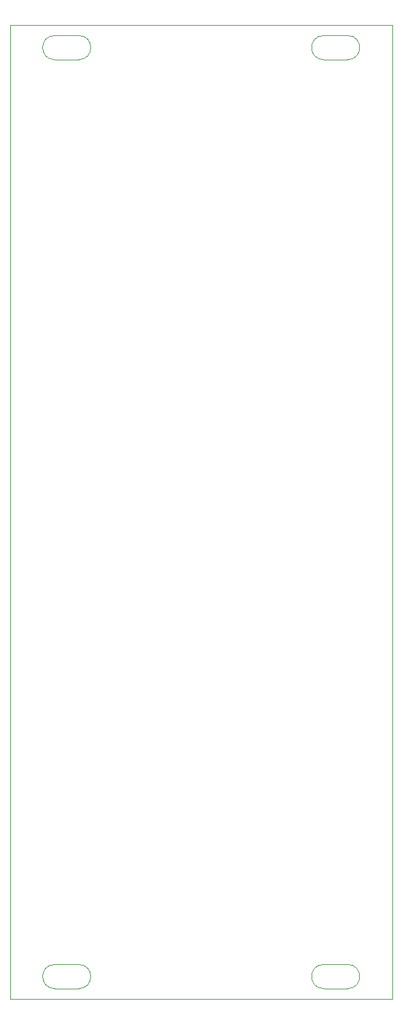
<source format=gbr>
G04 #@! TF.GenerationSoftware,KiCad,Pcbnew,(5.1.4-0-10_14)*
G04 #@! TF.CreationDate,2019-08-29T11:40:13-07:00*
G04 #@! TF.ProjectId,fp-dd-dev1,66702d64-642d-4646-9576-312e6b696361,rev?*
G04 #@! TF.SameCoordinates,PXffeced30PY931840*
G04 #@! TF.FileFunction,Profile,NP*
%FSLAX46Y46*%
G04 Gerber Fmt 4.6, Leading zero omitted, Abs format (unit mm)*
G04 Created by KiCad (PCBNEW (5.1.4-0-10_14)) date 2019-08-29 11:40:13*
%MOMM*%
%LPD*%
G04 APERTURE LIST*
%ADD10C,0.100000*%
G04 APERTURE END LIST*
D10*
X50500000Y128500000D02*
X50500000Y0D01*
X0Y128500000D02*
X0Y0D01*
X0Y128500000D02*
X50500000Y128500000D01*
X0Y0D02*
X50500000Y0D01*
X41419501Y127090300D02*
X44594501Y127090300D01*
X41419501Y127090300D02*
G75*
G03X41419501Y123915300I0J-1587500D01*
G01*
X44594501Y123915300D02*
G75*
G03X44594501Y127090300I0J1587500D01*
G01*
X41419501Y123915300D02*
X44594501Y123915300D01*
X5905500Y127090300D02*
X9080500Y127090300D01*
X5905500Y127090300D02*
G75*
G03X5905500Y123915300I0J-1587500D01*
G01*
X9080500Y123915300D02*
G75*
G03X9080500Y127090300I0J1587500D01*
G01*
X5905500Y123915300D02*
X9080500Y123915300D01*
X41419501Y4584700D02*
X44594501Y4584700D01*
X41419501Y4584700D02*
G75*
G03X41419501Y1409700I0J-1587500D01*
G01*
X44594501Y1409700D02*
G75*
G03X44594501Y4584700I0J1587500D01*
G01*
X41419501Y1409700D02*
X44594501Y1409700D01*
X5905500Y4584700D02*
X9080500Y4584700D01*
X5905500Y4584700D02*
G75*
G03X5905500Y1409700I0J-1587500D01*
G01*
X9080500Y1409700D02*
G75*
G03X9080500Y4584700I0J1587500D01*
G01*
X5905500Y1409700D02*
X9080500Y1409700D01*
M02*

</source>
